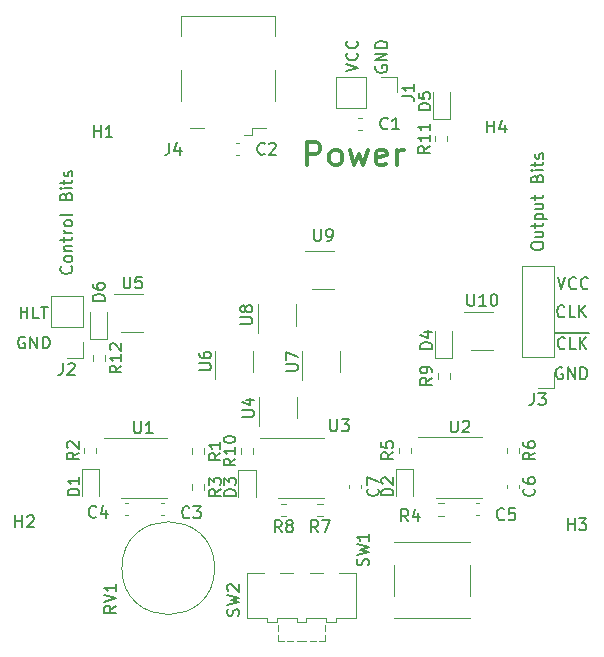
<source format=gbr>
G04 #@! TF.GenerationSoftware,KiCad,Pcbnew,(5.1.9)-1*
G04 #@! TF.CreationDate,2021-05-06T17:03:27+01:00*
G04 #@! TF.ProjectId,Little Logic Computer - Power+Timing,4c697474-6c65-4204-9c6f-67696320436f,2.0*
G04 #@! TF.SameCoordinates,Original*
G04 #@! TF.FileFunction,Legend,Top*
G04 #@! TF.FilePolarity,Positive*
%FSLAX46Y46*%
G04 Gerber Fmt 4.6, Leading zero omitted, Abs format (unit mm)*
G04 Created by KiCad (PCBNEW (5.1.9)-1) date 2021-05-06 17:03:27*
%MOMM*%
%LPD*%
G01*
G04 APERTURE LIST*
%ADD10C,0.150000*%
%ADD11C,0.300000*%
%ADD12C,0.120000*%
G04 APERTURE END LIST*
D10*
X132871600Y-79886704D02*
X132823980Y-79981942D01*
X132823980Y-80124800D01*
X132871600Y-80267657D01*
X132966838Y-80362895D01*
X133062076Y-80410514D01*
X133252552Y-80458133D01*
X133395409Y-80458133D01*
X133585885Y-80410514D01*
X133681123Y-80362895D01*
X133776361Y-80267657D01*
X133823980Y-80124800D01*
X133823980Y-80029561D01*
X133776361Y-79886704D01*
X133728742Y-79839085D01*
X133395409Y-79839085D01*
X133395409Y-80029561D01*
X133823980Y-79410514D02*
X132823980Y-79410514D01*
X133823980Y-78839085D01*
X132823980Y-78839085D01*
X133823980Y-78362895D02*
X132823980Y-78362895D01*
X132823980Y-78124800D01*
X132871600Y-77981942D01*
X132966838Y-77886704D01*
X133062076Y-77839085D01*
X133252552Y-77791466D01*
X133395409Y-77791466D01*
X133585885Y-77839085D01*
X133681123Y-77886704D01*
X133776361Y-77981942D01*
X133823980Y-78124800D01*
X133823980Y-78362895D01*
X130334780Y-80356533D02*
X131334780Y-80023200D01*
X130334780Y-79689866D01*
X131239542Y-78785104D02*
X131287161Y-78832723D01*
X131334780Y-78975580D01*
X131334780Y-79070819D01*
X131287161Y-79213676D01*
X131191923Y-79308914D01*
X131096685Y-79356533D01*
X130906209Y-79404152D01*
X130763352Y-79404152D01*
X130572876Y-79356533D01*
X130477638Y-79308914D01*
X130382400Y-79213676D01*
X130334780Y-79070819D01*
X130334780Y-78975580D01*
X130382400Y-78832723D01*
X130430019Y-78785104D01*
X131239542Y-77785104D02*
X131287161Y-77832723D01*
X131334780Y-77975580D01*
X131334780Y-78070819D01*
X131287161Y-78213676D01*
X131191923Y-78308914D01*
X131096685Y-78356533D01*
X130906209Y-78404152D01*
X130763352Y-78404152D01*
X130572876Y-78356533D01*
X130477638Y-78308914D01*
X130382400Y-78213676D01*
X130334780Y-78070819D01*
X130334780Y-77975580D01*
X130382400Y-77832723D01*
X130430019Y-77785104D01*
X148662495Y-105447200D02*
X148567257Y-105399580D01*
X148424400Y-105399580D01*
X148281542Y-105447200D01*
X148186304Y-105542438D01*
X148138685Y-105637676D01*
X148091066Y-105828152D01*
X148091066Y-105971009D01*
X148138685Y-106161485D01*
X148186304Y-106256723D01*
X148281542Y-106351961D01*
X148424400Y-106399580D01*
X148519638Y-106399580D01*
X148662495Y-106351961D01*
X148710114Y-106304342D01*
X148710114Y-105971009D01*
X148519638Y-105971009D01*
X149138685Y-106399580D02*
X149138685Y-105399580D01*
X149710114Y-106399580D01*
X149710114Y-105399580D01*
X150186304Y-106399580D02*
X150186304Y-105399580D01*
X150424400Y-105399580D01*
X150567257Y-105447200D01*
X150662495Y-105542438D01*
X150710114Y-105637676D01*
X150757733Y-105828152D01*
X150757733Y-105971009D01*
X150710114Y-106161485D01*
X150662495Y-106256723D01*
X150567257Y-106351961D01*
X150424400Y-106399580D01*
X150186304Y-106399580D01*
X148070438Y-102492200D02*
X149070438Y-102492200D01*
X148879961Y-103764342D02*
X148832342Y-103811961D01*
X148689485Y-103859580D01*
X148594247Y-103859580D01*
X148451390Y-103811961D01*
X148356152Y-103716723D01*
X148308533Y-103621485D01*
X148260914Y-103431009D01*
X148260914Y-103288152D01*
X148308533Y-103097676D01*
X148356152Y-103002438D01*
X148451390Y-102907200D01*
X148594247Y-102859580D01*
X148689485Y-102859580D01*
X148832342Y-102907200D01*
X148879961Y-102954819D01*
X149070438Y-102492200D02*
X149879961Y-102492200D01*
X149784723Y-103859580D02*
X149308533Y-103859580D01*
X149308533Y-102859580D01*
X149879961Y-102492200D02*
X150879961Y-102492200D01*
X150118057Y-103859580D02*
X150118057Y-102859580D01*
X150689485Y-103859580D02*
X150260914Y-103288152D01*
X150689485Y-102859580D02*
X150118057Y-103431009D01*
X148829161Y-101071942D02*
X148781542Y-101119561D01*
X148638685Y-101167180D01*
X148543447Y-101167180D01*
X148400590Y-101119561D01*
X148305352Y-101024323D01*
X148257733Y-100929085D01*
X148210114Y-100738609D01*
X148210114Y-100595752D01*
X148257733Y-100405276D01*
X148305352Y-100310038D01*
X148400590Y-100214800D01*
X148543447Y-100167180D01*
X148638685Y-100167180D01*
X148781542Y-100214800D01*
X148829161Y-100262419D01*
X149733923Y-101167180D02*
X149257733Y-101167180D01*
X149257733Y-100167180D01*
X150067257Y-101167180D02*
X150067257Y-100167180D01*
X150638685Y-101167180D02*
X150210114Y-100595752D01*
X150638685Y-100167180D02*
X150067257Y-100738609D01*
X148243466Y-97779580D02*
X148576800Y-98779580D01*
X148910133Y-97779580D01*
X149814895Y-98684342D02*
X149767276Y-98731961D01*
X149624419Y-98779580D01*
X149529180Y-98779580D01*
X149386323Y-98731961D01*
X149291085Y-98636723D01*
X149243466Y-98541485D01*
X149195847Y-98351009D01*
X149195847Y-98208152D01*
X149243466Y-98017676D01*
X149291085Y-97922438D01*
X149386323Y-97827200D01*
X149529180Y-97779580D01*
X149624419Y-97779580D01*
X149767276Y-97827200D01*
X149814895Y-97874819D01*
X150814895Y-98684342D02*
X150767276Y-98731961D01*
X150624419Y-98779580D01*
X150529180Y-98779580D01*
X150386323Y-98731961D01*
X150291085Y-98636723D01*
X150243466Y-98541485D01*
X150195847Y-98351009D01*
X150195847Y-98208152D01*
X150243466Y-98017676D01*
X150291085Y-97922438D01*
X150386323Y-97827200D01*
X150529180Y-97779580D01*
X150624419Y-97779580D01*
X150767276Y-97827200D01*
X150814895Y-97874819D01*
X103145695Y-102856400D02*
X103050457Y-102808780D01*
X102907600Y-102808780D01*
X102764742Y-102856400D01*
X102669504Y-102951638D01*
X102621885Y-103046876D01*
X102574266Y-103237352D01*
X102574266Y-103380209D01*
X102621885Y-103570685D01*
X102669504Y-103665923D01*
X102764742Y-103761161D01*
X102907600Y-103808780D01*
X103002838Y-103808780D01*
X103145695Y-103761161D01*
X103193314Y-103713542D01*
X103193314Y-103380209D01*
X103002838Y-103380209D01*
X103621885Y-103808780D02*
X103621885Y-102808780D01*
X104193314Y-103808780D01*
X104193314Y-102808780D01*
X104669504Y-103808780D02*
X104669504Y-102808780D01*
X104907600Y-102808780D01*
X105050457Y-102856400D01*
X105145695Y-102951638D01*
X105193314Y-103046876D01*
X105240933Y-103237352D01*
X105240933Y-103380209D01*
X105193314Y-103570685D01*
X105145695Y-103665923D01*
X105050457Y-103761161D01*
X104907600Y-103808780D01*
X104669504Y-103808780D01*
X102785371Y-101268780D02*
X102785371Y-100268780D01*
X102785371Y-100744971D02*
X103356800Y-100744971D01*
X103356800Y-101268780D02*
X103356800Y-100268780D01*
X104309180Y-101268780D02*
X103832990Y-101268780D01*
X103832990Y-100268780D01*
X104499657Y-100268780D02*
X105071085Y-100268780D01*
X104785371Y-101268780D02*
X104785371Y-100268780D01*
X146031980Y-95200933D02*
X146031980Y-95010457D01*
X146079600Y-94915219D01*
X146174838Y-94819980D01*
X146365314Y-94772361D01*
X146698647Y-94772361D01*
X146889123Y-94819980D01*
X146984361Y-94915219D01*
X147031980Y-95010457D01*
X147031980Y-95200933D01*
X146984361Y-95296171D01*
X146889123Y-95391409D01*
X146698647Y-95439028D01*
X146365314Y-95439028D01*
X146174838Y-95391409D01*
X146079600Y-95296171D01*
X146031980Y-95200933D01*
X146365314Y-93915219D02*
X147031980Y-93915219D01*
X146365314Y-94343790D02*
X146889123Y-94343790D01*
X146984361Y-94296171D01*
X147031980Y-94200933D01*
X147031980Y-94058076D01*
X146984361Y-93962838D01*
X146936742Y-93915219D01*
X146365314Y-93581885D02*
X146365314Y-93200933D01*
X146031980Y-93439028D02*
X146889123Y-93439028D01*
X146984361Y-93391409D01*
X147031980Y-93296171D01*
X147031980Y-93200933D01*
X146365314Y-92867600D02*
X147365314Y-92867600D01*
X146412933Y-92867600D02*
X146365314Y-92772361D01*
X146365314Y-92581885D01*
X146412933Y-92486647D01*
X146460552Y-92439028D01*
X146555790Y-92391409D01*
X146841504Y-92391409D01*
X146936742Y-92439028D01*
X146984361Y-92486647D01*
X147031980Y-92581885D01*
X147031980Y-92772361D01*
X146984361Y-92867600D01*
X146365314Y-91534266D02*
X147031980Y-91534266D01*
X146365314Y-91962838D02*
X146889123Y-91962838D01*
X146984361Y-91915219D01*
X147031980Y-91819980D01*
X147031980Y-91677123D01*
X146984361Y-91581885D01*
X146936742Y-91534266D01*
X146365314Y-91200933D02*
X146365314Y-90819980D01*
X146031980Y-91058076D02*
X146889123Y-91058076D01*
X146984361Y-91010457D01*
X147031980Y-90915219D01*
X147031980Y-90819980D01*
X146508171Y-89391409D02*
X146555790Y-89248552D01*
X146603409Y-89200933D01*
X146698647Y-89153314D01*
X146841504Y-89153314D01*
X146936742Y-89200933D01*
X146984361Y-89248552D01*
X147031980Y-89343790D01*
X147031980Y-89724742D01*
X146031980Y-89724742D01*
X146031980Y-89391409D01*
X146079600Y-89296171D01*
X146127219Y-89248552D01*
X146222457Y-89200933D01*
X146317695Y-89200933D01*
X146412933Y-89248552D01*
X146460552Y-89296171D01*
X146508171Y-89391409D01*
X146508171Y-89724742D01*
X147031980Y-88724742D02*
X146365314Y-88724742D01*
X146031980Y-88724742D02*
X146079600Y-88772361D01*
X146127219Y-88724742D01*
X146079600Y-88677123D01*
X146031980Y-88724742D01*
X146127219Y-88724742D01*
X146365314Y-88391409D02*
X146365314Y-88010457D01*
X146031980Y-88248552D02*
X146889123Y-88248552D01*
X146984361Y-88200933D01*
X147031980Y-88105695D01*
X147031980Y-88010457D01*
X146984361Y-87724742D02*
X147031980Y-87629504D01*
X147031980Y-87439028D01*
X146984361Y-87343790D01*
X146889123Y-87296171D01*
X146841504Y-87296171D01*
X146746266Y-87343790D01*
X146698647Y-87439028D01*
X146698647Y-87581885D01*
X146651028Y-87677123D01*
X146555790Y-87724742D01*
X146508171Y-87724742D01*
X146412933Y-87677123D01*
X146365314Y-87581885D01*
X146365314Y-87439028D01*
X146412933Y-87343790D01*
D11*
X127031619Y-88309961D02*
X127031619Y-86309961D01*
X127793523Y-86309961D01*
X127984000Y-86405200D01*
X128079238Y-86500438D01*
X128174476Y-86690914D01*
X128174476Y-86976628D01*
X128079238Y-87167104D01*
X127984000Y-87262342D01*
X127793523Y-87357580D01*
X127031619Y-87357580D01*
X129317333Y-88309961D02*
X129126857Y-88214723D01*
X129031619Y-88119485D01*
X128936380Y-87929009D01*
X128936380Y-87357580D01*
X129031619Y-87167104D01*
X129126857Y-87071866D01*
X129317333Y-86976628D01*
X129603047Y-86976628D01*
X129793523Y-87071866D01*
X129888761Y-87167104D01*
X129984000Y-87357580D01*
X129984000Y-87929009D01*
X129888761Y-88119485D01*
X129793523Y-88214723D01*
X129603047Y-88309961D01*
X129317333Y-88309961D01*
X130650666Y-86976628D02*
X131031619Y-88309961D01*
X131412571Y-87357580D01*
X131793523Y-88309961D01*
X132174476Y-86976628D01*
X133698285Y-88214723D02*
X133507809Y-88309961D01*
X133126857Y-88309961D01*
X132936380Y-88214723D01*
X132841142Y-88024247D01*
X132841142Y-87262342D01*
X132936380Y-87071866D01*
X133126857Y-86976628D01*
X133507809Y-86976628D01*
X133698285Y-87071866D01*
X133793523Y-87262342D01*
X133793523Y-87452819D01*
X132841142Y-87643295D01*
X134650666Y-88309961D02*
X134650666Y-86976628D01*
X134650666Y-87357580D02*
X134745904Y-87167104D01*
X134841142Y-87071866D01*
X135031619Y-86976628D01*
X135222095Y-86976628D01*
D10*
X107058742Y-96859885D02*
X107106361Y-96907504D01*
X107153980Y-97050361D01*
X107153980Y-97145600D01*
X107106361Y-97288457D01*
X107011123Y-97383695D01*
X106915885Y-97431314D01*
X106725409Y-97478933D01*
X106582552Y-97478933D01*
X106392076Y-97431314D01*
X106296838Y-97383695D01*
X106201600Y-97288457D01*
X106153980Y-97145600D01*
X106153980Y-97050361D01*
X106201600Y-96907504D01*
X106249219Y-96859885D01*
X107153980Y-96288457D02*
X107106361Y-96383695D01*
X107058742Y-96431314D01*
X106963504Y-96478933D01*
X106677790Y-96478933D01*
X106582552Y-96431314D01*
X106534933Y-96383695D01*
X106487314Y-96288457D01*
X106487314Y-96145600D01*
X106534933Y-96050361D01*
X106582552Y-96002742D01*
X106677790Y-95955123D01*
X106963504Y-95955123D01*
X107058742Y-96002742D01*
X107106361Y-96050361D01*
X107153980Y-96145600D01*
X107153980Y-96288457D01*
X106487314Y-95526552D02*
X107153980Y-95526552D01*
X106582552Y-95526552D02*
X106534933Y-95478933D01*
X106487314Y-95383695D01*
X106487314Y-95240838D01*
X106534933Y-95145600D01*
X106630171Y-95097980D01*
X107153980Y-95097980D01*
X106487314Y-94764647D02*
X106487314Y-94383695D01*
X106153980Y-94621790D02*
X107011123Y-94621790D01*
X107106361Y-94574171D01*
X107153980Y-94478933D01*
X107153980Y-94383695D01*
X107153980Y-94050361D02*
X106487314Y-94050361D01*
X106677790Y-94050361D02*
X106582552Y-94002742D01*
X106534933Y-93955123D01*
X106487314Y-93859885D01*
X106487314Y-93764647D01*
X107153980Y-93288457D02*
X107106361Y-93383695D01*
X107058742Y-93431314D01*
X106963504Y-93478933D01*
X106677790Y-93478933D01*
X106582552Y-93431314D01*
X106534933Y-93383695D01*
X106487314Y-93288457D01*
X106487314Y-93145600D01*
X106534933Y-93050361D01*
X106582552Y-93002742D01*
X106677790Y-92955123D01*
X106963504Y-92955123D01*
X107058742Y-93002742D01*
X107106361Y-93050361D01*
X107153980Y-93145600D01*
X107153980Y-93288457D01*
X107153980Y-92383695D02*
X107106361Y-92478933D01*
X107011123Y-92526552D01*
X106153980Y-92526552D01*
X106630171Y-90907504D02*
X106677790Y-90764647D01*
X106725409Y-90717028D01*
X106820647Y-90669409D01*
X106963504Y-90669409D01*
X107058742Y-90717028D01*
X107106361Y-90764647D01*
X107153980Y-90859885D01*
X107153980Y-91240838D01*
X106153980Y-91240838D01*
X106153980Y-90907504D01*
X106201600Y-90812266D01*
X106249219Y-90764647D01*
X106344457Y-90717028D01*
X106439695Y-90717028D01*
X106534933Y-90764647D01*
X106582552Y-90812266D01*
X106630171Y-90907504D01*
X106630171Y-91240838D01*
X107153980Y-90240838D02*
X106487314Y-90240838D01*
X106153980Y-90240838D02*
X106201600Y-90288457D01*
X106249219Y-90240838D01*
X106201600Y-90193219D01*
X106153980Y-90240838D01*
X106249219Y-90240838D01*
X106487314Y-89907504D02*
X106487314Y-89526552D01*
X106153980Y-89764647D02*
X107011123Y-89764647D01*
X107106361Y-89717028D01*
X107153980Y-89621790D01*
X107153980Y-89526552D01*
X107106361Y-89240838D02*
X107153980Y-89145600D01*
X107153980Y-88955123D01*
X107106361Y-88859885D01*
X107011123Y-88812266D01*
X106963504Y-88812266D01*
X106868266Y-88859885D01*
X106820647Y-88955123D01*
X106820647Y-89097980D01*
X106773028Y-89193219D01*
X106677790Y-89240838D01*
X106630171Y-89240838D01*
X106534933Y-89193219D01*
X106487314Y-89097980D01*
X106487314Y-88955123D01*
X106534933Y-88859885D01*
D12*
X109916500Y-104863658D02*
X109916500Y-104389142D01*
X108871500Y-104863658D02*
X108871500Y-104389142D01*
X138923300Y-86258658D02*
X138923300Y-85784142D01*
X137878300Y-86258658D02*
X137878300Y-85784142D01*
X110129000Y-103012600D02*
X110129000Y-100727600D01*
X108659000Y-103012600D02*
X110129000Y-103012600D01*
X108659000Y-100727600D02*
X108659000Y-103012600D01*
X139135800Y-84394500D02*
X139135800Y-82109500D01*
X137665800Y-84394500D02*
X139135800Y-84394500D01*
X137665800Y-82109500D02*
X137665800Y-84394500D01*
X131646400Y-115625180D02*
X131646400Y-115344020D01*
X130626400Y-115625180D02*
X130626400Y-115344020D01*
X141602380Y-116918000D02*
X141321220Y-116918000D01*
X141602380Y-117938000D02*
X141321220Y-117938000D01*
X114651220Y-117938000D02*
X114932380Y-117938000D01*
X114651220Y-116918000D02*
X114932380Y-116918000D01*
X142755200Y-100679600D02*
X140305200Y-100679600D01*
X140955200Y-103899600D02*
X142755200Y-103899600D01*
X129293200Y-95548800D02*
X126843200Y-95548800D01*
X127493200Y-98768800D02*
X129293200Y-98768800D01*
X122922400Y-100068800D02*
X122922400Y-102518800D01*
X126142400Y-101868800D02*
X126142400Y-100068800D01*
X126630800Y-103998000D02*
X126630800Y-106448000D01*
X129850800Y-105798000D02*
X129850800Y-103998000D01*
X119264800Y-103980400D02*
X119264800Y-106430400D01*
X122484800Y-105780400D02*
X122484800Y-103980400D01*
X113121200Y-99155600D02*
X110671200Y-99155600D01*
X111321200Y-102375600D02*
X113121200Y-102375600D01*
X122973200Y-107892000D02*
X122973200Y-110342000D01*
X126193200Y-109692000D02*
X126193200Y-107892000D01*
X126164400Y-128543200D02*
X126164400Y-128543200D01*
X126964400Y-128543200D02*
X126164400Y-128543200D01*
X127264400Y-128543200D02*
X127264400Y-128543200D01*
X127764400Y-128543200D02*
X127264400Y-128543200D01*
X125864400Y-128543200D02*
X125864400Y-128543200D01*
X125364400Y-128543200D02*
X125864400Y-128543200D01*
X124564400Y-127243200D02*
X124564400Y-127243200D01*
X124564400Y-127743200D02*
X124564400Y-127243200D01*
X128564400Y-127243200D02*
X128564400Y-127243200D01*
X128564400Y-127743200D02*
X128564400Y-127243200D01*
X128564400Y-128043200D02*
X128564400Y-128043200D01*
X128564400Y-128543200D02*
X128564400Y-128043200D01*
X128064400Y-128543200D02*
X128064400Y-128543200D01*
X128564400Y-128543200D02*
X128064400Y-128543200D01*
X125064400Y-128543200D02*
X125064400Y-128543200D01*
X124564400Y-128543200D02*
X125064400Y-128543200D01*
X124564400Y-128043200D02*
X124564400Y-128043200D01*
X124564400Y-128543200D02*
X124564400Y-128043200D01*
X121964400Y-126643200D02*
X121964400Y-126643200D01*
X123664400Y-126643200D02*
X121964400Y-126643200D01*
X123664400Y-126943200D02*
X123664400Y-126643200D01*
X124464400Y-126943200D02*
X123664400Y-126943200D01*
X124464400Y-126643200D02*
X124464400Y-126943200D01*
X126164400Y-126643200D02*
X124464400Y-126643200D01*
X126164400Y-126943200D02*
X126164400Y-126643200D01*
X126964400Y-126943200D02*
X126164400Y-126943200D01*
X126964400Y-126643200D02*
X126964400Y-126943200D01*
X128664400Y-126643200D02*
X126964400Y-126643200D01*
X128664400Y-126943200D02*
X128664400Y-126643200D01*
X129464400Y-126943200D02*
X128664400Y-126943200D01*
X129464400Y-126643200D02*
X129464400Y-126943200D01*
X131164400Y-126643200D02*
X129464400Y-126643200D01*
X124764400Y-122843200D02*
X124764400Y-122843200D01*
X125864400Y-122843200D02*
X124764400Y-122843200D01*
X127264400Y-122843200D02*
X127264400Y-122843200D01*
X128364400Y-122843200D02*
X127264400Y-122843200D01*
X121964400Y-122843200D02*
X123364400Y-122843200D01*
X121964400Y-126643200D02*
X121964400Y-122843200D01*
X131164400Y-122843200D02*
X131164400Y-126643200D01*
X129764400Y-122843200D02*
X131164400Y-122843200D01*
X140868800Y-120192400D02*
X134408800Y-120192400D01*
X140868800Y-124722400D02*
X140868800Y-122122400D01*
X140868800Y-126652400D02*
X134408800Y-126652400D01*
X134408800Y-124722400D02*
X134408800Y-122122400D01*
X140868800Y-126622400D02*
X140868800Y-126652400D01*
X140868800Y-120192400D02*
X140868800Y-120222400D01*
X134408800Y-120192400D02*
X134408800Y-120222400D01*
X134408800Y-126652400D02*
X134408800Y-126622400D01*
X119216800Y-122406400D02*
G75*
G03*
X119216800Y-122406400I-3930000J0D01*
G01*
X122464100Y-112737658D02*
X122464100Y-112263142D01*
X121419100Y-112737658D02*
X121419100Y-112263142D01*
X139126500Y-106399858D02*
X139126500Y-105925342D01*
X138081500Y-106399858D02*
X138081500Y-105925342D01*
X125289858Y-116956300D02*
X124815342Y-116956300D01*
X125289858Y-118001300D02*
X124815342Y-118001300D01*
X128388658Y-116956300D02*
X127914142Y-116956300D01*
X128388658Y-118001300D02*
X127914142Y-118001300D01*
X143923500Y-112212342D02*
X143923500Y-112686858D01*
X144968500Y-112212342D02*
X144968500Y-112686858D01*
X135824500Y-112674658D02*
X135824500Y-112200142D01*
X134779500Y-112674658D02*
X134779500Y-112200142D01*
X138625858Y-116905500D02*
X138151342Y-116905500D01*
X138625858Y-117950500D02*
X138151342Y-117950500D01*
X118349300Y-115785658D02*
X118349300Y-115311142D01*
X117304300Y-115785658D02*
X117304300Y-115311142D01*
X109205300Y-112686858D02*
X109205300Y-112212342D01*
X108160300Y-112686858D02*
X108160300Y-112212342D01*
X117304300Y-112250942D02*
X117304300Y-112725458D01*
X118349300Y-112250942D02*
X118349300Y-112725458D01*
X116406800Y-75654800D02*
X116406800Y-77314800D01*
X124326800Y-75654800D02*
X116406800Y-75654800D01*
X124326800Y-77314800D02*
X124326800Y-75654800D01*
X118316800Y-85124800D02*
X117166800Y-85124800D01*
X122416800Y-85714800D02*
X121716800Y-85714800D01*
X122416800Y-85124800D02*
X122416800Y-85714800D01*
X123566800Y-85124800D02*
X122416800Y-85124800D01*
X116406800Y-82814800D02*
X116406800Y-80214800D01*
X124326800Y-80214800D02*
X124326800Y-82814800D01*
X147909600Y-107124800D02*
X146579600Y-107124800D01*
X147909600Y-105794800D02*
X147909600Y-107124800D01*
X147909600Y-104524800D02*
X145249600Y-104524800D01*
X145249600Y-104524800D02*
X145249600Y-96844800D01*
X147909600Y-104524800D02*
X147909600Y-96844800D01*
X147909600Y-96844800D02*
X145249600Y-96844800D01*
X108031600Y-104584800D02*
X106701600Y-104584800D01*
X108031600Y-103254800D02*
X108031600Y-104584800D01*
X108031600Y-101984800D02*
X105371600Y-101984800D01*
X105371600Y-101984800D02*
X105371600Y-99384800D01*
X108031600Y-101984800D02*
X108031600Y-99384800D01*
X108031600Y-99384800D02*
X105371600Y-99384800D01*
X139339000Y-104587400D02*
X139339000Y-102302400D01*
X137869000Y-104587400D02*
X139339000Y-104587400D01*
X137869000Y-102302400D02*
X137869000Y-104587400D01*
X121206600Y-114063400D02*
X121206600Y-116348400D01*
X122676600Y-114063400D02*
X121206600Y-114063400D01*
X122676600Y-116348400D02*
X122676600Y-114063400D01*
X134567000Y-114012600D02*
X134567000Y-116297600D01*
X136037000Y-114012600D02*
X134567000Y-114012600D01*
X136037000Y-116297600D02*
X136037000Y-114012600D01*
X107947800Y-114037900D02*
X107947800Y-116322900D01*
X109417800Y-114037900D02*
X107947800Y-114037900D01*
X109417800Y-116322900D02*
X109417800Y-114037900D01*
X143936000Y-115357020D02*
X143936000Y-115638180D01*
X144956000Y-115357020D02*
X144956000Y-115638180D01*
X111884380Y-116918000D02*
X111603220Y-116918000D01*
X111884380Y-117938000D02*
X111603220Y-117938000D01*
X121307180Y-86387200D02*
X121026020Y-86387200D01*
X121307180Y-87407200D02*
X121026020Y-87407200D01*
X131389220Y-85324400D02*
X131670380Y-85324400D01*
X131389220Y-84304400D02*
X131670380Y-84304400D01*
X139874000Y-111312000D02*
X136424000Y-111312000D01*
X139874000Y-111312000D02*
X141824000Y-111312000D01*
X139874000Y-116432000D02*
X137924000Y-116432000D01*
X139874000Y-116432000D02*
X141824000Y-116432000D01*
X126513600Y-111362800D02*
X123063600Y-111362800D01*
X126513600Y-111362800D02*
X128463600Y-111362800D01*
X126513600Y-116482800D02*
X124563600Y-116482800D01*
X126513600Y-116482800D02*
X128463600Y-116482800D01*
X113254800Y-111362800D02*
X109804800Y-111362800D01*
X113254800Y-111362800D02*
X115204800Y-111362800D01*
X113254800Y-116482800D02*
X111304800Y-116482800D01*
X113254800Y-116482800D02*
X115204800Y-116482800D01*
X134650800Y-80792000D02*
X134650800Y-82122000D01*
X133320800Y-80792000D02*
X134650800Y-80792000D01*
X132050800Y-80792000D02*
X132050800Y-83452000D01*
X132050800Y-83452000D02*
X129450800Y-83452000D01*
X132050800Y-80792000D02*
X129450800Y-80792000D01*
X129450800Y-80792000D02*
X129450800Y-83452000D01*
D10*
X111319580Y-105269257D02*
X110843390Y-105602590D01*
X111319580Y-105840685D02*
X110319580Y-105840685D01*
X110319580Y-105459733D01*
X110367200Y-105364495D01*
X110414819Y-105316876D01*
X110510057Y-105269257D01*
X110652914Y-105269257D01*
X110748152Y-105316876D01*
X110795771Y-105364495D01*
X110843390Y-105459733D01*
X110843390Y-105840685D01*
X111319580Y-104316876D02*
X111319580Y-104888304D01*
X111319580Y-104602590D02*
X110319580Y-104602590D01*
X110462438Y-104697828D01*
X110557676Y-104793066D01*
X110605295Y-104888304D01*
X110414819Y-103935923D02*
X110367200Y-103888304D01*
X110319580Y-103793066D01*
X110319580Y-103554971D01*
X110367200Y-103459733D01*
X110414819Y-103412114D01*
X110510057Y-103364495D01*
X110605295Y-103364495D01*
X110748152Y-103412114D01*
X111319580Y-103983542D01*
X111319580Y-103364495D01*
X137423180Y-86664257D02*
X136946990Y-86997590D01*
X137423180Y-87235685D02*
X136423180Y-87235685D01*
X136423180Y-86854733D01*
X136470800Y-86759495D01*
X136518419Y-86711876D01*
X136613657Y-86664257D01*
X136756514Y-86664257D01*
X136851752Y-86711876D01*
X136899371Y-86759495D01*
X136946990Y-86854733D01*
X136946990Y-87235685D01*
X137423180Y-85711876D02*
X137423180Y-86283304D01*
X137423180Y-85997590D02*
X136423180Y-85997590D01*
X136566038Y-86092828D01*
X136661276Y-86188066D01*
X136708895Y-86283304D01*
X137423180Y-84759495D02*
X137423180Y-85330923D01*
X137423180Y-85045209D02*
X136423180Y-85045209D01*
X136566038Y-85140447D01*
X136661276Y-85235685D01*
X136708895Y-85330923D01*
X109897180Y-99776495D02*
X108897180Y-99776495D01*
X108897180Y-99538400D01*
X108944800Y-99395542D01*
X109040038Y-99300304D01*
X109135276Y-99252685D01*
X109325752Y-99205066D01*
X109468609Y-99205066D01*
X109659085Y-99252685D01*
X109754323Y-99300304D01*
X109849561Y-99395542D01*
X109897180Y-99538400D01*
X109897180Y-99776495D01*
X108897180Y-98347923D02*
X108897180Y-98538400D01*
X108944800Y-98633638D01*
X108992419Y-98681257D01*
X109135276Y-98776495D01*
X109325752Y-98824114D01*
X109706704Y-98824114D01*
X109801942Y-98776495D01*
X109849561Y-98728876D01*
X109897180Y-98633638D01*
X109897180Y-98443161D01*
X109849561Y-98347923D01*
X109801942Y-98300304D01*
X109706704Y-98252685D01*
X109468609Y-98252685D01*
X109373371Y-98300304D01*
X109325752Y-98347923D01*
X109278133Y-98443161D01*
X109278133Y-98633638D01*
X109325752Y-98728876D01*
X109373371Y-98776495D01*
X109468609Y-98824114D01*
X137481580Y-83622095D02*
X136481580Y-83622095D01*
X136481580Y-83384000D01*
X136529200Y-83241142D01*
X136624438Y-83145904D01*
X136719676Y-83098285D01*
X136910152Y-83050666D01*
X137053009Y-83050666D01*
X137243485Y-83098285D01*
X137338723Y-83145904D01*
X137433961Y-83241142D01*
X137481580Y-83384000D01*
X137481580Y-83622095D01*
X136481580Y-82145904D02*
X136481580Y-82622095D01*
X136957771Y-82669714D01*
X136910152Y-82622095D01*
X136862533Y-82526857D01*
X136862533Y-82288761D01*
X136910152Y-82193523D01*
X136957771Y-82145904D01*
X137053009Y-82098285D01*
X137291104Y-82098285D01*
X137386342Y-82145904D01*
X137433961Y-82193523D01*
X137481580Y-82288761D01*
X137481580Y-82526857D01*
X137433961Y-82622095D01*
X137386342Y-82669714D01*
X133017542Y-115664266D02*
X133065161Y-115711885D01*
X133112780Y-115854742D01*
X133112780Y-115949980D01*
X133065161Y-116092838D01*
X132969923Y-116188076D01*
X132874685Y-116235695D01*
X132684209Y-116283314D01*
X132541352Y-116283314D01*
X132350876Y-116235695D01*
X132255638Y-116188076D01*
X132160400Y-116092838D01*
X132112780Y-115949980D01*
X132112780Y-115854742D01*
X132160400Y-115711885D01*
X132208019Y-115664266D01*
X132112780Y-115330933D02*
X132112780Y-114664266D01*
X133112780Y-115092838D01*
X143720533Y-118242342D02*
X143672914Y-118289961D01*
X143530057Y-118337580D01*
X143434819Y-118337580D01*
X143291961Y-118289961D01*
X143196723Y-118194723D01*
X143149104Y-118099485D01*
X143101485Y-117909009D01*
X143101485Y-117766152D01*
X143149104Y-117575676D01*
X143196723Y-117480438D01*
X143291961Y-117385200D01*
X143434819Y-117337580D01*
X143530057Y-117337580D01*
X143672914Y-117385200D01*
X143720533Y-117432819D01*
X144625295Y-117337580D02*
X144149104Y-117337580D01*
X144101485Y-117813771D01*
X144149104Y-117766152D01*
X144244342Y-117718533D01*
X144482438Y-117718533D01*
X144577676Y-117766152D01*
X144625295Y-117813771D01*
X144672914Y-117909009D01*
X144672914Y-118147104D01*
X144625295Y-118242342D01*
X144577676Y-118289961D01*
X144482438Y-118337580D01*
X144244342Y-118337580D01*
X144149104Y-118289961D01*
X144101485Y-118242342D01*
X117076533Y-118089942D02*
X117028914Y-118137561D01*
X116886057Y-118185180D01*
X116790819Y-118185180D01*
X116647961Y-118137561D01*
X116552723Y-118042323D01*
X116505104Y-117947085D01*
X116457485Y-117756609D01*
X116457485Y-117613752D01*
X116505104Y-117423276D01*
X116552723Y-117328038D01*
X116647961Y-117232800D01*
X116790819Y-117185180D01*
X116886057Y-117185180D01*
X117028914Y-117232800D01*
X117076533Y-117280419D01*
X117409866Y-117185180D02*
X118028914Y-117185180D01*
X117695580Y-117566133D01*
X117838438Y-117566133D01*
X117933676Y-117613752D01*
X117981295Y-117661371D01*
X118028914Y-117756609D01*
X118028914Y-117994704D01*
X117981295Y-118089942D01*
X117933676Y-118137561D01*
X117838438Y-118185180D01*
X117552723Y-118185180D01*
X117457485Y-118137561D01*
X117409866Y-118089942D01*
X142312495Y-85520780D02*
X142312495Y-84520780D01*
X142312495Y-84996971D02*
X142883923Y-84996971D01*
X142883923Y-85520780D02*
X142883923Y-84520780D01*
X143788685Y-84854114D02*
X143788685Y-85520780D01*
X143550590Y-84473161D02*
X143312495Y-85187447D01*
X143931542Y-85187447D01*
X149119695Y-119201180D02*
X149119695Y-118201180D01*
X149119695Y-118677371D02*
X149691123Y-118677371D01*
X149691123Y-119201180D02*
X149691123Y-118201180D01*
X150072076Y-118201180D02*
X150691123Y-118201180D01*
X150357790Y-118582133D01*
X150500647Y-118582133D01*
X150595885Y-118629752D01*
X150643504Y-118677371D01*
X150691123Y-118772609D01*
X150691123Y-119010704D01*
X150643504Y-119105942D01*
X150595885Y-119153561D01*
X150500647Y-119201180D01*
X150214933Y-119201180D01*
X150119695Y-119153561D01*
X150072076Y-119105942D01*
X102332895Y-118947180D02*
X102332895Y-117947180D01*
X102332895Y-118423371D02*
X102904323Y-118423371D01*
X102904323Y-118947180D02*
X102904323Y-117947180D01*
X103332895Y-118042419D02*
X103380514Y-117994800D01*
X103475752Y-117947180D01*
X103713847Y-117947180D01*
X103809085Y-117994800D01*
X103856704Y-118042419D01*
X103904323Y-118137657D01*
X103904323Y-118232895D01*
X103856704Y-118375752D01*
X103285276Y-118947180D01*
X103904323Y-118947180D01*
X140617104Y-99201980D02*
X140617104Y-100011504D01*
X140664723Y-100106742D01*
X140712342Y-100154361D01*
X140807580Y-100201980D01*
X140998057Y-100201980D01*
X141093295Y-100154361D01*
X141140914Y-100106742D01*
X141188533Y-100011504D01*
X141188533Y-99201980D01*
X142188533Y-100201980D02*
X141617104Y-100201980D01*
X141902819Y-100201980D02*
X141902819Y-99201980D01*
X141807580Y-99344838D01*
X141712342Y-99440076D01*
X141617104Y-99487695D01*
X142807580Y-99201980D02*
X142902819Y-99201980D01*
X142998057Y-99249600D01*
X143045676Y-99297219D01*
X143093295Y-99392457D01*
X143140914Y-99582933D01*
X143140914Y-99821028D01*
X143093295Y-100011504D01*
X143045676Y-100106742D01*
X142998057Y-100154361D01*
X142902819Y-100201980D01*
X142807580Y-100201980D01*
X142712342Y-100154361D01*
X142664723Y-100106742D01*
X142617104Y-100011504D01*
X142569485Y-99821028D01*
X142569485Y-99582933D01*
X142617104Y-99392457D01*
X142664723Y-99297219D01*
X142712342Y-99249600D01*
X142807580Y-99201980D01*
X127631295Y-93711180D02*
X127631295Y-94520704D01*
X127678914Y-94615942D01*
X127726533Y-94663561D01*
X127821771Y-94711180D01*
X128012247Y-94711180D01*
X128107485Y-94663561D01*
X128155104Y-94615942D01*
X128202723Y-94520704D01*
X128202723Y-93711180D01*
X128726533Y-94711180D02*
X128917009Y-94711180D01*
X129012247Y-94663561D01*
X129059866Y-94615942D01*
X129155104Y-94473085D01*
X129202723Y-94282609D01*
X129202723Y-93901657D01*
X129155104Y-93806419D01*
X129107485Y-93758800D01*
X129012247Y-93711180D01*
X128821771Y-93711180D01*
X128726533Y-93758800D01*
X128678914Y-93806419D01*
X128631295Y-93901657D01*
X128631295Y-94139752D01*
X128678914Y-94234990D01*
X128726533Y-94282609D01*
X128821771Y-94330228D01*
X129012247Y-94330228D01*
X129107485Y-94282609D01*
X129155104Y-94234990D01*
X129202723Y-94139752D01*
X121393980Y-101730704D02*
X122203504Y-101730704D01*
X122298742Y-101683085D01*
X122346361Y-101635466D01*
X122393980Y-101540228D01*
X122393980Y-101349752D01*
X122346361Y-101254514D01*
X122298742Y-101206895D01*
X122203504Y-101159276D01*
X121393980Y-101159276D01*
X121822552Y-100540228D02*
X121774933Y-100635466D01*
X121727314Y-100683085D01*
X121632076Y-100730704D01*
X121584457Y-100730704D01*
X121489219Y-100683085D01*
X121441600Y-100635466D01*
X121393980Y-100540228D01*
X121393980Y-100349752D01*
X121441600Y-100254514D01*
X121489219Y-100206895D01*
X121584457Y-100159276D01*
X121632076Y-100159276D01*
X121727314Y-100206895D01*
X121774933Y-100254514D01*
X121822552Y-100349752D01*
X121822552Y-100540228D01*
X121870171Y-100635466D01*
X121917790Y-100683085D01*
X122013028Y-100730704D01*
X122203504Y-100730704D01*
X122298742Y-100683085D01*
X122346361Y-100635466D01*
X122393980Y-100540228D01*
X122393980Y-100349752D01*
X122346361Y-100254514D01*
X122298742Y-100206895D01*
X122203504Y-100159276D01*
X122013028Y-100159276D01*
X121917790Y-100206895D01*
X121870171Y-100254514D01*
X121822552Y-100349752D01*
X125239580Y-105710704D02*
X126049104Y-105710704D01*
X126144342Y-105663085D01*
X126191961Y-105615466D01*
X126239580Y-105520228D01*
X126239580Y-105329752D01*
X126191961Y-105234514D01*
X126144342Y-105186895D01*
X126049104Y-105139276D01*
X125239580Y-105139276D01*
X125239580Y-104758323D02*
X125239580Y-104091657D01*
X126239580Y-104520228D01*
X117888780Y-105642304D02*
X118698304Y-105642304D01*
X118793542Y-105594685D01*
X118841161Y-105547066D01*
X118888780Y-105451828D01*
X118888780Y-105261352D01*
X118841161Y-105166114D01*
X118793542Y-105118495D01*
X118698304Y-105070876D01*
X117888780Y-105070876D01*
X117888780Y-104166114D02*
X117888780Y-104356590D01*
X117936400Y-104451828D01*
X117984019Y-104499447D01*
X118126876Y-104594685D01*
X118317352Y-104642304D01*
X118698304Y-104642304D01*
X118793542Y-104594685D01*
X118841161Y-104547066D01*
X118888780Y-104451828D01*
X118888780Y-104261352D01*
X118841161Y-104166114D01*
X118793542Y-104118495D01*
X118698304Y-104070876D01*
X118460209Y-104070876D01*
X118364971Y-104118495D01*
X118317352Y-104166114D01*
X118269733Y-104261352D01*
X118269733Y-104451828D01*
X118317352Y-104547066D01*
X118364971Y-104594685D01*
X118460209Y-104642304D01*
X111510095Y-97728780D02*
X111510095Y-98538304D01*
X111557714Y-98633542D01*
X111605333Y-98681161D01*
X111700571Y-98728780D01*
X111891047Y-98728780D01*
X111986285Y-98681161D01*
X112033904Y-98633542D01*
X112081523Y-98538304D01*
X112081523Y-97728780D01*
X113033904Y-97728780D02*
X112557714Y-97728780D01*
X112510095Y-98204971D01*
X112557714Y-98157352D01*
X112652952Y-98109733D01*
X112891047Y-98109733D01*
X112986285Y-98157352D01*
X113033904Y-98204971D01*
X113081523Y-98300209D01*
X113081523Y-98538304D01*
X113033904Y-98633542D01*
X112986285Y-98681161D01*
X112891047Y-98728780D01*
X112652952Y-98728780D01*
X112557714Y-98681161D01*
X112510095Y-98633542D01*
X121546380Y-109604704D02*
X122355904Y-109604704D01*
X122451142Y-109557085D01*
X122498761Y-109509466D01*
X122546380Y-109414228D01*
X122546380Y-109223752D01*
X122498761Y-109128514D01*
X122451142Y-109080895D01*
X122355904Y-109033276D01*
X121546380Y-109033276D01*
X121879714Y-108128514D02*
X122546380Y-108128514D01*
X121498761Y-108366609D02*
X122213047Y-108604704D01*
X122213047Y-107985657D01*
X121228761Y-126432133D02*
X121276380Y-126289276D01*
X121276380Y-126051180D01*
X121228761Y-125955942D01*
X121181142Y-125908323D01*
X121085904Y-125860704D01*
X120990666Y-125860704D01*
X120895428Y-125908323D01*
X120847809Y-125955942D01*
X120800190Y-126051180D01*
X120752571Y-126241657D01*
X120704952Y-126336895D01*
X120657333Y-126384514D01*
X120562095Y-126432133D01*
X120466857Y-126432133D01*
X120371619Y-126384514D01*
X120324000Y-126336895D01*
X120276380Y-126241657D01*
X120276380Y-126003561D01*
X120324000Y-125860704D01*
X120276380Y-125527371D02*
X121276380Y-125289276D01*
X120562095Y-125098800D01*
X121276380Y-124908323D01*
X120276380Y-124670228D01*
X120371619Y-124336895D02*
X120324000Y-124289276D01*
X120276380Y-124194038D01*
X120276380Y-123955942D01*
X120324000Y-123860704D01*
X120371619Y-123813085D01*
X120466857Y-123765466D01*
X120562095Y-123765466D01*
X120704952Y-123813085D01*
X121276380Y-124384514D01*
X121276380Y-123765466D01*
X132201561Y-122164933D02*
X132249180Y-122022076D01*
X132249180Y-121783980D01*
X132201561Y-121688742D01*
X132153942Y-121641123D01*
X132058704Y-121593504D01*
X131963466Y-121593504D01*
X131868228Y-121641123D01*
X131820609Y-121688742D01*
X131772990Y-121783980D01*
X131725371Y-121974457D01*
X131677752Y-122069695D01*
X131630133Y-122117314D01*
X131534895Y-122164933D01*
X131439657Y-122164933D01*
X131344419Y-122117314D01*
X131296800Y-122069695D01*
X131249180Y-121974457D01*
X131249180Y-121736361D01*
X131296800Y-121593504D01*
X131249180Y-121260171D02*
X132249180Y-121022076D01*
X131534895Y-120831600D01*
X132249180Y-120641123D01*
X131249180Y-120403028D01*
X132249180Y-119498266D02*
X132249180Y-120069695D01*
X132249180Y-119783980D02*
X131249180Y-119783980D01*
X131392038Y-119879219D01*
X131487276Y-119974457D01*
X131534895Y-120069695D01*
X110862380Y-125592438D02*
X110386190Y-125925771D01*
X110862380Y-126163866D02*
X109862380Y-126163866D01*
X109862380Y-125782914D01*
X109910000Y-125687676D01*
X109957619Y-125640057D01*
X110052857Y-125592438D01*
X110195714Y-125592438D01*
X110290952Y-125640057D01*
X110338571Y-125687676D01*
X110386190Y-125782914D01*
X110386190Y-126163866D01*
X109862380Y-125306723D02*
X110862380Y-124973390D01*
X109862380Y-124640057D01*
X110862380Y-123782914D02*
X110862380Y-124354342D01*
X110862380Y-124068628D02*
X109862380Y-124068628D01*
X110005238Y-124163866D01*
X110100476Y-124259104D01*
X110148095Y-124354342D01*
X120963980Y-113143257D02*
X120487790Y-113476590D01*
X120963980Y-113714685D02*
X119963980Y-113714685D01*
X119963980Y-113333733D01*
X120011600Y-113238495D01*
X120059219Y-113190876D01*
X120154457Y-113143257D01*
X120297314Y-113143257D01*
X120392552Y-113190876D01*
X120440171Y-113238495D01*
X120487790Y-113333733D01*
X120487790Y-113714685D01*
X120963980Y-112190876D02*
X120963980Y-112762304D01*
X120963980Y-112476590D02*
X119963980Y-112476590D01*
X120106838Y-112571828D01*
X120202076Y-112667066D01*
X120249695Y-112762304D01*
X119963980Y-111571828D02*
X119963980Y-111476590D01*
X120011600Y-111381352D01*
X120059219Y-111333733D01*
X120154457Y-111286114D01*
X120344933Y-111238495D01*
X120583028Y-111238495D01*
X120773504Y-111286114D01*
X120868742Y-111333733D01*
X120916361Y-111381352D01*
X120963980Y-111476590D01*
X120963980Y-111571828D01*
X120916361Y-111667066D01*
X120868742Y-111714685D01*
X120773504Y-111762304D01*
X120583028Y-111809923D01*
X120344933Y-111809923D01*
X120154457Y-111762304D01*
X120059219Y-111714685D01*
X120011600Y-111667066D01*
X119963980Y-111571828D01*
X137613980Y-106298466D02*
X137137790Y-106631800D01*
X137613980Y-106869895D02*
X136613980Y-106869895D01*
X136613980Y-106488942D01*
X136661600Y-106393704D01*
X136709219Y-106346085D01*
X136804457Y-106298466D01*
X136947314Y-106298466D01*
X137042552Y-106346085D01*
X137090171Y-106393704D01*
X137137790Y-106488942D01*
X137137790Y-106869895D01*
X137613980Y-105822276D02*
X137613980Y-105631800D01*
X137566361Y-105536561D01*
X137518742Y-105488942D01*
X137375885Y-105393704D01*
X137185409Y-105346085D01*
X136804457Y-105346085D01*
X136709219Y-105393704D01*
X136661600Y-105441323D01*
X136613980Y-105536561D01*
X136613980Y-105727038D01*
X136661600Y-105822276D01*
X136709219Y-105869895D01*
X136804457Y-105917514D01*
X137042552Y-105917514D01*
X137137790Y-105869895D01*
X137185409Y-105822276D01*
X137233028Y-105727038D01*
X137233028Y-105536561D01*
X137185409Y-105441323D01*
X137137790Y-105393704D01*
X137042552Y-105346085D01*
X124885933Y-119361180D02*
X124552600Y-118884990D01*
X124314504Y-119361180D02*
X124314504Y-118361180D01*
X124695457Y-118361180D01*
X124790695Y-118408800D01*
X124838314Y-118456419D01*
X124885933Y-118551657D01*
X124885933Y-118694514D01*
X124838314Y-118789752D01*
X124790695Y-118837371D01*
X124695457Y-118884990D01*
X124314504Y-118884990D01*
X125457361Y-118789752D02*
X125362123Y-118742133D01*
X125314504Y-118694514D01*
X125266885Y-118599276D01*
X125266885Y-118551657D01*
X125314504Y-118456419D01*
X125362123Y-118408800D01*
X125457361Y-118361180D01*
X125647838Y-118361180D01*
X125743076Y-118408800D01*
X125790695Y-118456419D01*
X125838314Y-118551657D01*
X125838314Y-118599276D01*
X125790695Y-118694514D01*
X125743076Y-118742133D01*
X125647838Y-118789752D01*
X125457361Y-118789752D01*
X125362123Y-118837371D01*
X125314504Y-118884990D01*
X125266885Y-118980228D01*
X125266885Y-119170704D01*
X125314504Y-119265942D01*
X125362123Y-119313561D01*
X125457361Y-119361180D01*
X125647838Y-119361180D01*
X125743076Y-119313561D01*
X125790695Y-119265942D01*
X125838314Y-119170704D01*
X125838314Y-118980228D01*
X125790695Y-118884990D01*
X125743076Y-118837371D01*
X125647838Y-118789752D01*
X127984733Y-119361180D02*
X127651400Y-118884990D01*
X127413304Y-119361180D02*
X127413304Y-118361180D01*
X127794257Y-118361180D01*
X127889495Y-118408800D01*
X127937114Y-118456419D01*
X127984733Y-118551657D01*
X127984733Y-118694514D01*
X127937114Y-118789752D01*
X127889495Y-118837371D01*
X127794257Y-118884990D01*
X127413304Y-118884990D01*
X128318066Y-118361180D02*
X128984733Y-118361180D01*
X128556161Y-119361180D01*
X146328380Y-112616266D02*
X145852190Y-112949600D01*
X146328380Y-113187695D02*
X145328380Y-113187695D01*
X145328380Y-112806742D01*
X145376000Y-112711504D01*
X145423619Y-112663885D01*
X145518857Y-112616266D01*
X145661714Y-112616266D01*
X145756952Y-112663885D01*
X145804571Y-112711504D01*
X145852190Y-112806742D01*
X145852190Y-113187695D01*
X145328380Y-111759123D02*
X145328380Y-111949600D01*
X145376000Y-112044838D01*
X145423619Y-112092457D01*
X145566476Y-112187695D01*
X145756952Y-112235314D01*
X146137904Y-112235314D01*
X146233142Y-112187695D01*
X146280761Y-112140076D01*
X146328380Y-112044838D01*
X146328380Y-111854361D01*
X146280761Y-111759123D01*
X146233142Y-111711504D01*
X146137904Y-111663885D01*
X145899809Y-111663885D01*
X145804571Y-111711504D01*
X145756952Y-111759123D01*
X145709333Y-111854361D01*
X145709333Y-112044838D01*
X145756952Y-112140076D01*
X145804571Y-112187695D01*
X145899809Y-112235314D01*
X134324380Y-112604066D02*
X133848190Y-112937400D01*
X134324380Y-113175495D02*
X133324380Y-113175495D01*
X133324380Y-112794542D01*
X133372000Y-112699304D01*
X133419619Y-112651685D01*
X133514857Y-112604066D01*
X133657714Y-112604066D01*
X133752952Y-112651685D01*
X133800571Y-112699304D01*
X133848190Y-112794542D01*
X133848190Y-113175495D01*
X133324380Y-111699304D02*
X133324380Y-112175495D01*
X133800571Y-112223114D01*
X133752952Y-112175495D01*
X133705333Y-112080257D01*
X133705333Y-111842161D01*
X133752952Y-111746923D01*
X133800571Y-111699304D01*
X133895809Y-111651685D01*
X134133904Y-111651685D01*
X134229142Y-111699304D01*
X134276761Y-111746923D01*
X134324380Y-111842161D01*
X134324380Y-112080257D01*
X134276761Y-112175495D01*
X134229142Y-112223114D01*
X135592533Y-118439180D02*
X135259200Y-117962990D01*
X135021104Y-118439180D02*
X135021104Y-117439180D01*
X135402057Y-117439180D01*
X135497295Y-117486800D01*
X135544914Y-117534419D01*
X135592533Y-117629657D01*
X135592533Y-117772514D01*
X135544914Y-117867752D01*
X135497295Y-117915371D01*
X135402057Y-117962990D01*
X135021104Y-117962990D01*
X136449676Y-117772514D02*
X136449676Y-118439180D01*
X136211580Y-117391561D02*
X135973485Y-118105847D01*
X136592533Y-118105847D01*
X119752380Y-115715066D02*
X119276190Y-116048400D01*
X119752380Y-116286495D02*
X118752380Y-116286495D01*
X118752380Y-115905542D01*
X118800000Y-115810304D01*
X118847619Y-115762685D01*
X118942857Y-115715066D01*
X119085714Y-115715066D01*
X119180952Y-115762685D01*
X119228571Y-115810304D01*
X119276190Y-115905542D01*
X119276190Y-116286495D01*
X118752380Y-115381733D02*
X118752380Y-114762685D01*
X119133333Y-115096019D01*
X119133333Y-114953161D01*
X119180952Y-114857923D01*
X119228571Y-114810304D01*
X119323809Y-114762685D01*
X119561904Y-114762685D01*
X119657142Y-114810304D01*
X119704761Y-114857923D01*
X119752380Y-114953161D01*
X119752380Y-115238876D01*
X119704761Y-115334114D01*
X119657142Y-115381733D01*
X107705180Y-112616266D02*
X107228990Y-112949600D01*
X107705180Y-113187695D02*
X106705180Y-113187695D01*
X106705180Y-112806742D01*
X106752800Y-112711504D01*
X106800419Y-112663885D01*
X106895657Y-112616266D01*
X107038514Y-112616266D01*
X107133752Y-112663885D01*
X107181371Y-112711504D01*
X107228990Y-112806742D01*
X107228990Y-113187695D01*
X106800419Y-112235314D02*
X106752800Y-112187695D01*
X106705180Y-112092457D01*
X106705180Y-111854361D01*
X106752800Y-111759123D01*
X106800419Y-111711504D01*
X106895657Y-111663885D01*
X106990895Y-111663885D01*
X107133752Y-111711504D01*
X107705180Y-112282933D01*
X107705180Y-111663885D01*
X119701580Y-112667066D02*
X119225390Y-113000400D01*
X119701580Y-113238495D02*
X118701580Y-113238495D01*
X118701580Y-112857542D01*
X118749200Y-112762304D01*
X118796819Y-112714685D01*
X118892057Y-112667066D01*
X119034914Y-112667066D01*
X119130152Y-112714685D01*
X119177771Y-112762304D01*
X119225390Y-112857542D01*
X119225390Y-113238495D01*
X119701580Y-111714685D02*
X119701580Y-112286114D01*
X119701580Y-112000400D02*
X118701580Y-112000400D01*
X118844438Y-112095638D01*
X118939676Y-112190876D01*
X118987295Y-112286114D01*
X115359866Y-86400380D02*
X115359866Y-87114666D01*
X115312247Y-87257523D01*
X115217009Y-87352761D01*
X115074152Y-87400380D01*
X114978914Y-87400380D01*
X116264628Y-86733714D02*
X116264628Y-87400380D01*
X116026533Y-86352761D02*
X115788438Y-87067047D01*
X116407485Y-87067047D01*
X146246266Y-107577180D02*
X146246266Y-108291466D01*
X146198647Y-108434323D01*
X146103409Y-108529561D01*
X145960552Y-108577180D01*
X145865314Y-108577180D01*
X146627219Y-107577180D02*
X147246266Y-107577180D01*
X146912933Y-107958133D01*
X147055790Y-107958133D01*
X147151028Y-108005752D01*
X147198647Y-108053371D01*
X147246266Y-108148609D01*
X147246266Y-108386704D01*
X147198647Y-108481942D01*
X147151028Y-108529561D01*
X147055790Y-108577180D01*
X146770076Y-108577180D01*
X146674838Y-108529561D01*
X146627219Y-108481942D01*
X106368266Y-105037180D02*
X106368266Y-105751466D01*
X106320647Y-105894323D01*
X106225409Y-105989561D01*
X106082552Y-106037180D01*
X105987314Y-106037180D01*
X106796838Y-105132419D02*
X106844457Y-105084800D01*
X106939695Y-105037180D01*
X107177790Y-105037180D01*
X107273028Y-105084800D01*
X107320647Y-105132419D01*
X107368266Y-105227657D01*
X107368266Y-105322895D01*
X107320647Y-105465752D01*
X106749219Y-106037180D01*
X107368266Y-106037180D01*
X108987695Y-85927180D02*
X108987695Y-84927180D01*
X108987695Y-85403371D02*
X109559123Y-85403371D01*
X109559123Y-85927180D02*
X109559123Y-84927180D01*
X110559123Y-85927180D02*
X109987695Y-85927180D01*
X110273409Y-85927180D02*
X110273409Y-84927180D01*
X110178171Y-85070038D01*
X110082933Y-85165276D01*
X109987695Y-85212895D01*
X137626380Y-103840495D02*
X136626380Y-103840495D01*
X136626380Y-103602400D01*
X136674000Y-103459542D01*
X136769238Y-103364304D01*
X136864476Y-103316685D01*
X137054952Y-103269066D01*
X137197809Y-103269066D01*
X137388285Y-103316685D01*
X137483523Y-103364304D01*
X137578761Y-103459542D01*
X137626380Y-103602400D01*
X137626380Y-103840495D01*
X136959714Y-102411923D02*
X137626380Y-102411923D01*
X136578761Y-102650019D02*
X137293047Y-102888114D01*
X137293047Y-102269066D01*
X121022380Y-116286495D02*
X120022380Y-116286495D01*
X120022380Y-116048400D01*
X120070000Y-115905542D01*
X120165238Y-115810304D01*
X120260476Y-115762685D01*
X120450952Y-115715066D01*
X120593809Y-115715066D01*
X120784285Y-115762685D01*
X120879523Y-115810304D01*
X120974761Y-115905542D01*
X121022380Y-116048400D01*
X121022380Y-116286495D01*
X120022380Y-115381733D02*
X120022380Y-114762685D01*
X120403333Y-115096019D01*
X120403333Y-114953161D01*
X120450952Y-114857923D01*
X120498571Y-114810304D01*
X120593809Y-114762685D01*
X120831904Y-114762685D01*
X120927142Y-114810304D01*
X120974761Y-114857923D01*
X121022380Y-114953161D01*
X121022380Y-115238876D01*
X120974761Y-115334114D01*
X120927142Y-115381733D01*
X134331980Y-116235695D02*
X133331980Y-116235695D01*
X133331980Y-115997600D01*
X133379600Y-115854742D01*
X133474838Y-115759504D01*
X133570076Y-115711885D01*
X133760552Y-115664266D01*
X133903409Y-115664266D01*
X134093885Y-115711885D01*
X134189123Y-115759504D01*
X134284361Y-115854742D01*
X134331980Y-115997600D01*
X134331980Y-116235695D01*
X133427219Y-115283314D02*
X133379600Y-115235695D01*
X133331980Y-115140457D01*
X133331980Y-114902361D01*
X133379600Y-114807123D01*
X133427219Y-114759504D01*
X133522457Y-114711885D01*
X133617695Y-114711885D01*
X133760552Y-114759504D01*
X134331980Y-115330933D01*
X134331980Y-114711885D01*
X107763580Y-116235695D02*
X106763580Y-116235695D01*
X106763580Y-115997600D01*
X106811200Y-115854742D01*
X106906438Y-115759504D01*
X107001676Y-115711885D01*
X107192152Y-115664266D01*
X107335009Y-115664266D01*
X107525485Y-115711885D01*
X107620723Y-115759504D01*
X107715961Y-115854742D01*
X107763580Y-115997600D01*
X107763580Y-116235695D01*
X107763580Y-114711885D02*
X107763580Y-115283314D01*
X107763580Y-114997600D02*
X106763580Y-114997600D01*
X106906438Y-115092838D01*
X107001676Y-115188076D01*
X107049295Y-115283314D01*
X146233142Y-115664266D02*
X146280761Y-115711885D01*
X146328380Y-115854742D01*
X146328380Y-115949980D01*
X146280761Y-116092838D01*
X146185523Y-116188076D01*
X146090285Y-116235695D01*
X145899809Y-116283314D01*
X145756952Y-116283314D01*
X145566476Y-116235695D01*
X145471238Y-116188076D01*
X145376000Y-116092838D01*
X145328380Y-115949980D01*
X145328380Y-115854742D01*
X145376000Y-115711885D01*
X145423619Y-115664266D01*
X145328380Y-114807123D02*
X145328380Y-114997600D01*
X145376000Y-115092838D01*
X145423619Y-115140457D01*
X145566476Y-115235695D01*
X145756952Y-115283314D01*
X146137904Y-115283314D01*
X146233142Y-115235695D01*
X146280761Y-115188076D01*
X146328380Y-115092838D01*
X146328380Y-114902361D01*
X146280761Y-114807123D01*
X146233142Y-114759504D01*
X146137904Y-114711885D01*
X145899809Y-114711885D01*
X145804571Y-114759504D01*
X145756952Y-114807123D01*
X145709333Y-114902361D01*
X145709333Y-115092838D01*
X145756952Y-115188076D01*
X145804571Y-115235695D01*
X145899809Y-115283314D01*
X109176533Y-118039142D02*
X109128914Y-118086761D01*
X108986057Y-118134380D01*
X108890819Y-118134380D01*
X108747961Y-118086761D01*
X108652723Y-117991523D01*
X108605104Y-117896285D01*
X108557485Y-117705809D01*
X108557485Y-117562952D01*
X108605104Y-117372476D01*
X108652723Y-117277238D01*
X108747961Y-117182000D01*
X108890819Y-117134380D01*
X108986057Y-117134380D01*
X109128914Y-117182000D01*
X109176533Y-117229619D01*
X110033676Y-117467714D02*
X110033676Y-118134380D01*
X109795580Y-117086761D02*
X109557485Y-117801047D01*
X110176533Y-117801047D01*
X123451333Y-87305142D02*
X123403714Y-87352761D01*
X123260857Y-87400380D01*
X123165619Y-87400380D01*
X123022761Y-87352761D01*
X122927523Y-87257523D01*
X122879904Y-87162285D01*
X122832285Y-86971809D01*
X122832285Y-86828952D01*
X122879904Y-86638476D01*
X122927523Y-86543238D01*
X123022761Y-86448000D01*
X123165619Y-86400380D01*
X123260857Y-86400380D01*
X123403714Y-86448000D01*
X123451333Y-86495619D01*
X123832285Y-86495619D02*
X123879904Y-86448000D01*
X123975142Y-86400380D01*
X124213238Y-86400380D01*
X124308476Y-86448000D01*
X124356095Y-86495619D01*
X124403714Y-86590857D01*
X124403714Y-86686095D01*
X124356095Y-86828952D01*
X123784666Y-87400380D01*
X124403714Y-87400380D01*
X133865333Y-85171542D02*
X133817714Y-85219161D01*
X133674857Y-85266780D01*
X133579619Y-85266780D01*
X133436761Y-85219161D01*
X133341523Y-85123923D01*
X133293904Y-85028685D01*
X133246285Y-84838209D01*
X133246285Y-84695352D01*
X133293904Y-84504876D01*
X133341523Y-84409638D01*
X133436761Y-84314400D01*
X133579619Y-84266780D01*
X133674857Y-84266780D01*
X133817714Y-84314400D01*
X133865333Y-84362019D01*
X134817714Y-85266780D02*
X134246285Y-85266780D01*
X134532000Y-85266780D02*
X134532000Y-84266780D01*
X134436761Y-84409638D01*
X134341523Y-84504876D01*
X134246285Y-84552495D01*
X139213695Y-109920780D02*
X139213695Y-110730304D01*
X139261314Y-110825542D01*
X139308933Y-110873161D01*
X139404171Y-110920780D01*
X139594647Y-110920780D01*
X139689885Y-110873161D01*
X139737504Y-110825542D01*
X139785123Y-110730304D01*
X139785123Y-109920780D01*
X140213695Y-110016019D02*
X140261314Y-109968400D01*
X140356552Y-109920780D01*
X140594647Y-109920780D01*
X140689885Y-109968400D01*
X140737504Y-110016019D01*
X140785123Y-110111257D01*
X140785123Y-110206495D01*
X140737504Y-110349352D01*
X140166076Y-110920780D01*
X140785123Y-110920780D01*
X129002895Y-109819180D02*
X129002895Y-110628704D01*
X129050514Y-110723942D01*
X129098133Y-110771561D01*
X129193371Y-110819180D01*
X129383847Y-110819180D01*
X129479085Y-110771561D01*
X129526704Y-110723942D01*
X129574323Y-110628704D01*
X129574323Y-109819180D01*
X129955276Y-109819180D02*
X130574323Y-109819180D01*
X130240990Y-110200133D01*
X130383847Y-110200133D01*
X130479085Y-110247752D01*
X130526704Y-110295371D01*
X130574323Y-110390609D01*
X130574323Y-110628704D01*
X130526704Y-110723942D01*
X130479085Y-110771561D01*
X130383847Y-110819180D01*
X130098133Y-110819180D01*
X130002895Y-110771561D01*
X129955276Y-110723942D01*
X112391295Y-109971580D02*
X112391295Y-110781104D01*
X112438914Y-110876342D01*
X112486533Y-110923961D01*
X112581771Y-110971580D01*
X112772247Y-110971580D01*
X112867485Y-110923961D01*
X112915104Y-110876342D01*
X112962723Y-110781104D01*
X112962723Y-109971580D01*
X113962723Y-110971580D02*
X113391295Y-110971580D01*
X113677009Y-110971580D02*
X113677009Y-109971580D01*
X113581771Y-110114438D01*
X113486533Y-110209676D01*
X113391295Y-110257295D01*
X135103180Y-82455333D02*
X135817466Y-82455333D01*
X135960323Y-82502952D01*
X136055561Y-82598190D01*
X136103180Y-82741047D01*
X136103180Y-82836285D01*
X136103180Y-81455333D02*
X136103180Y-82026761D01*
X136103180Y-81741047D02*
X135103180Y-81741047D01*
X135246038Y-81836285D01*
X135341276Y-81931523D01*
X135388895Y-82026761D01*
M02*

</source>
